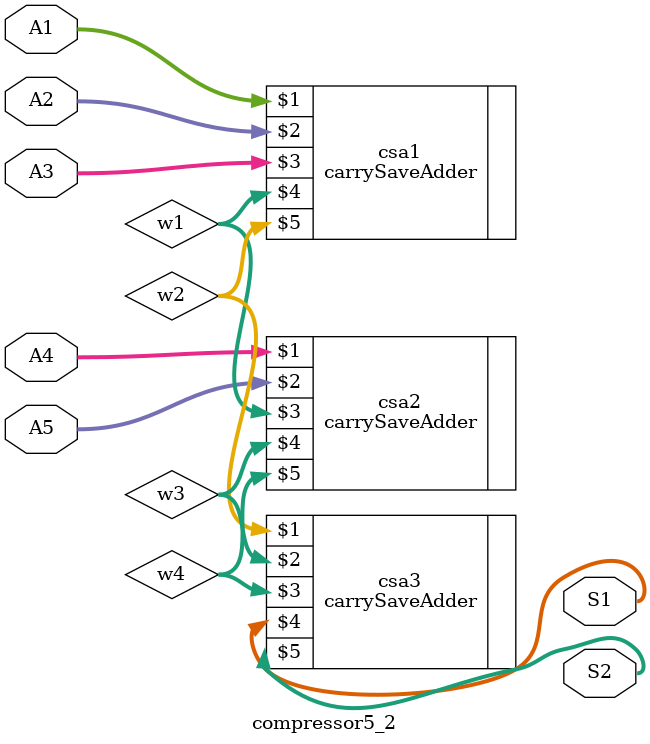
<source format=v>
`timescale 1ns / 1ps
module compressor5_2(
    input [31:0] A1,
    input [31:0] A2,
    input [31:0] A3,
    input [31:0] A4,
    input [31:0] A5,
    output [31:0] S1,
    output [31:0] S2
);
	
	wire[31:0] w1, w2, w3, w4;
	
	carrySaveAdder csa1 (A1, A2, A3, w1, w2);
	carrySaveAdder csa2 (A4, A5, w1, w3, w4);
	carrySaveAdder csa3 (w2, w3, w4, S1, S2);

endmodule

</source>
